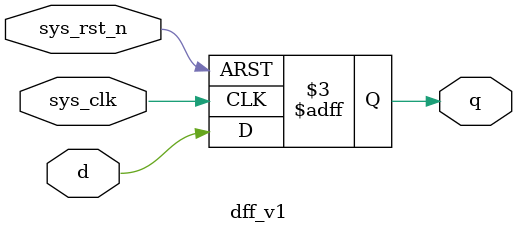
<source format=v>
module dff_v1 (
    input sys_clk,
    input sys_rst_n,
    input d,
    output reg q
);
    // Behavior of a D flip-flop
    always @(posedge sys_clk or negedge sys_rst_n) begin
        if (~sys_rst_n)
            q <= 1'b0;
        else
            q <= d;
    end
endmodule
</source>
